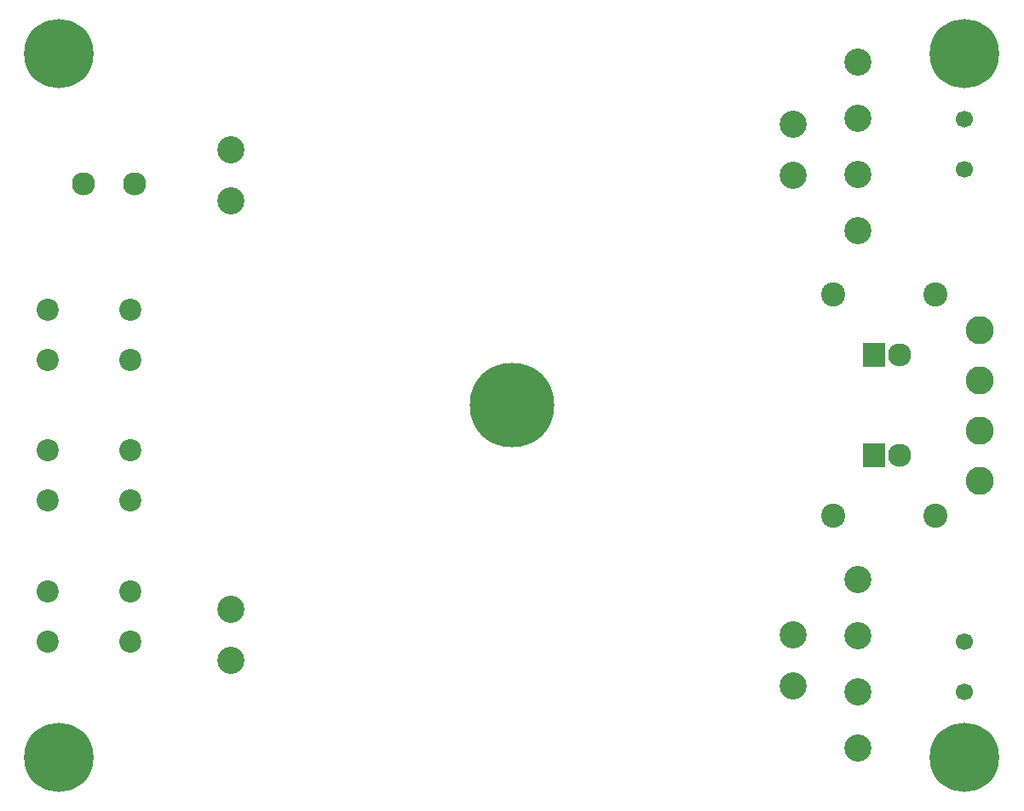
<source format=gbs>
G04 #@! TF.FileFunction,Soldermask,Bot*
%FSLAX46Y46*%
G04 Gerber Fmt 4.6, Leading zero omitted, Abs format (unit mm)*
G04 Created by KiCad (PCBNEW 4.0.1-stable) date Saturday, March 12, 2016 'PMt' 11:13:13 PM*
%MOMM*%
G01*
G04 APERTURE LIST*
%ADD10C,0.100000*%
%ADD11C,8.400000*%
%ADD12C,2.700000*%
%ADD13C,2.800000*%
%ADD14C,2.200000*%
%ADD15C,1.700000*%
%ADD16C,2.398980*%
%ADD17C,6.900000*%
%ADD18C,2.300000*%
%ADD19R,2.300000X2.400000*%
G04 APERTURE END LIST*
D10*
D11*
X50000000Y0D03*
D12*
X22060000Y20320000D03*
X22060000Y25400000D03*
X22060000Y-20320000D03*
X22060000Y-25400000D03*
X77940000Y27940000D03*
X77940000Y22860000D03*
X77940000Y-27940000D03*
X77940000Y-22860000D03*
D13*
X96500000Y-7500000D03*
X96500000Y-2500000D03*
X96500000Y2500000D03*
X96500000Y7500000D03*
D14*
X12100000Y9500000D03*
X3900000Y9500000D03*
X12100000Y4500000D03*
X3900000Y4500000D03*
D12*
X84350000Y17350000D03*
X84350000Y22950000D03*
X84350000Y28550000D03*
X84350000Y34150000D03*
X84350000Y-34150000D03*
X84350000Y-28550000D03*
X84350000Y-22950000D03*
X84350000Y-17350000D03*
D15*
X95000000Y28500000D03*
X95000000Y23500000D03*
X95000000Y-23500000D03*
X95000000Y-28500000D03*
D14*
X12100000Y-4500000D03*
X3900000Y-4500000D03*
X12100000Y-9500000D03*
X3900000Y-9500000D03*
X12100000Y-18500000D03*
X3900000Y-18500000D03*
X12100000Y-23500000D03*
X3900000Y-23500000D03*
D16*
X92080000Y11000000D03*
X81920000Y11000000D03*
X92080000Y-11000000D03*
X81920000Y-11000000D03*
D17*
X5000000Y-35000000D03*
X95000000Y-35000000D03*
X5000000Y35000000D03*
X95000000Y35000000D03*
D18*
X7460000Y22000000D03*
X12540000Y22000000D03*
D19*
X86000000Y-5000000D03*
D18*
X88540000Y-5000000D03*
D19*
X86000000Y5000000D03*
D18*
X88540000Y5000000D03*
M02*

</source>
